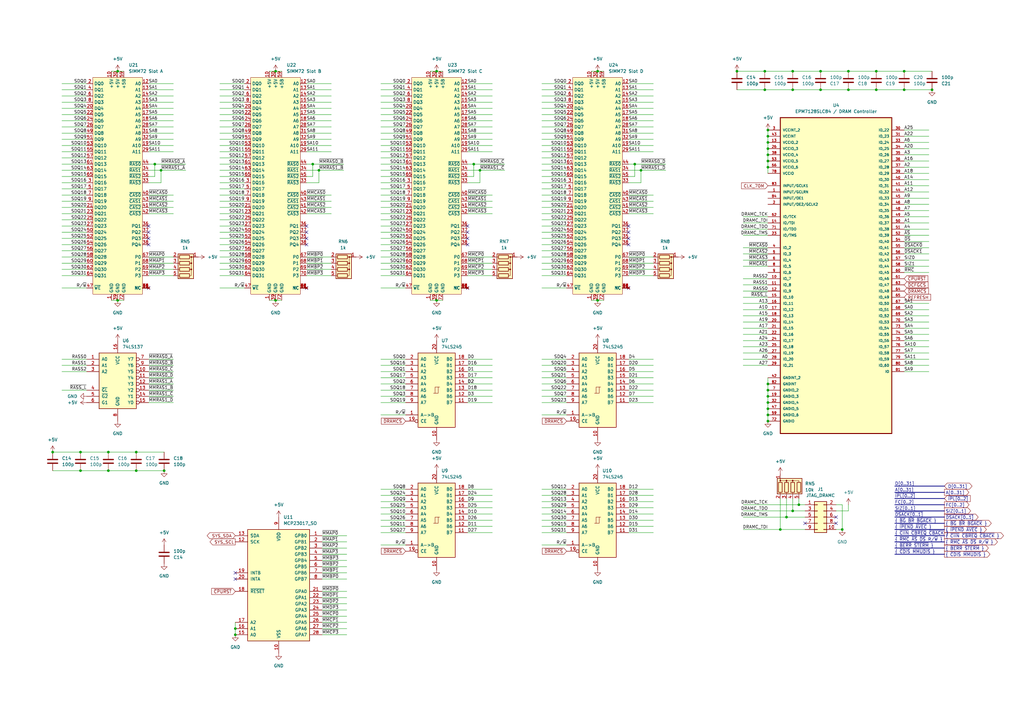
<source format=kicad_sch>
(kicad_sch (version 20230121) (generator eeschema)
  (paper "A3")
  (junction (at 325.12 209.55))
  (junction (at 314.96 58.42))
  (junction (at 179.07 29.21))
  (junction (at 48.26 123.19))
  (junction (at 67.31 193.04))
  (junction (at 96.52 257.81))
  (junction (at 314.96 165.1))
  (junction (at 130.81 69.85))
  (junction (at 382.27 36.83))
  (junction (at 196.85 69.85))
  (junction (at 113.03 123.19))
  (junction (at 314.96 66.04))
  (junction (at 128.27 67.31))
  (junction (at 113.03 29.21))
  (junction (at 314.96 60.96))
  (junction (at 336.55 29.21))
  (junction (at 194.31 67.31))
  (junction (at 314.96 53.34))
  (junction (at 327.66 207.01))
  (junction (at 262.89 69.85))
  (junction (at 320.04 217.17))
  (junction (at 314.96 55.88))
  (junction (at 314.96 63.5))
  (junction (at 314.96 157.48))
  (junction (at 96.52 260.35))
  (junction (at 359.41 36.83))
  (junction (at 33.02 185.42))
  (junction (at 314.96 160.02))
  (junction (at 325.12 36.83))
  (junction (at 21.59 185.42))
  (junction (at 245.11 29.21))
  (junction (at 66.04 69.85))
  (junction (at 314.96 162.56))
  (junction (at 347.98 36.83))
  (junction (at 314.96 167.64))
  (junction (at 302.26 29.21))
  (junction (at 313.69 29.21))
  (junction (at 63.5 67.31))
  (junction (at 325.12 29.21))
  (junction (at 55.88 185.42))
  (junction (at 48.26 29.21))
  (junction (at 314.96 170.18))
  (junction (at 260.35 67.31))
  (junction (at 245.11 123.19))
  (junction (at 322.58 212.09))
  (junction (at 370.84 36.83))
  (junction (at 359.41 29.21))
  (junction (at 345.44 217.17))
  (junction (at 347.98 29.21))
  (junction (at 314.96 68.58))
  (junction (at 314.96 172.72))
  (junction (at 336.55 36.83))
  (junction (at 44.45 185.42))
  (junction (at 370.84 29.21))
  (junction (at 55.88 193.04))
  (junction (at 179.07 123.19))
  (junction (at 313.69 36.83))
  (junction (at 44.45 193.04))
  (junction (at 33.02 193.04))
  (no_connect (at 191.77 100.33))
  (no_connect (at 330.2 214.63))
  (no_connect (at 125.73 118.11))
  (no_connect (at 60.96 95.25))
  (no_connect (at 257.81 95.25))
  (no_connect (at 257.81 92.71))
  (no_connect (at 60.96 92.71))
  (no_connect (at 191.77 92.71))
  (no_connect (at 125.73 92.71))
  (no_connect (at 125.73 97.79))
  (no_connect (at 125.73 100.33))
  (no_connect (at 191.77 97.79))
  (no_connect (at 60.96 97.79))
  (no_connect (at 257.81 118.11))
  (no_connect (at 342.9 212.09))
  (no_connect (at 60.96 118.11))
  (no_connect (at 60.96 100.33))
  (no_connect (at 96.52 237.49))
  (no_connect (at 191.77 95.25))
  (no_connect (at 96.52 234.95))
  (no_connect (at 342.9 214.63))
  (no_connect (at 125.73 95.25))
  (no_connect (at 191.77 118.11))
  (no_connect (at 257.81 97.79))
  (no_connect (at 257.81 100.33))
  (wire (pts (xy 304.8 139.7) (xy 314.96 139.7)))
  (wire (pts (xy 347.98 209.55) (xy 342.9 209.55)))
  (wire (pts (xy 90.17 105.41) (xy 100.33 105.41)))
  (wire (pts (xy 222.25 113.03) (xy 232.41 113.03)))
  (wire (pts (xy 257.81 72.39) (xy 260.35 72.39)))
  (wire (pts (xy 191.77 36.83) (xy 201.93 36.83)))
  (wire (pts (xy 125.73 57.15) (xy 135.89 57.15)))
  (wire (pts (xy 128.27 72.39) (xy 128.27 67.31)))
  (wire (pts (xy 314.96 165.1) (xy 314.96 167.64)))
  (wire (pts (xy 156.21 72.39) (xy 166.37 72.39)))
  (wire (pts (xy 156.21 170.18) (xy 166.37 170.18)))
  (wire (pts (xy 125.73 39.37) (xy 135.89 39.37)))
  (wire (pts (xy 327.66 207.01) (xy 330.2 207.01)))
  (bus (pts (xy 367.03 199.39) (xy 387.35 199.39)))
  (bus (pts (xy 367.03 219.71) (xy 387.35 219.71)))
  (wire (pts (xy 90.17 69.85) (xy 100.33 69.85)))
  (wire (pts (xy 132.08 237.49) (xy 142.24 237.49)))
  (wire (pts (xy 304.8 144.78) (xy 314.96 144.78)))
  (wire (pts (xy 304.8 209.55) (xy 325.12 209.55)))
  (wire (pts (xy 222.25 41.91) (xy 232.41 41.91)))
  (wire (pts (xy 45.72 29.21) (xy 48.26 29.21)))
  (wire (pts (xy 381 93.98) (xy 370.84 93.98)))
  (wire (pts (xy 60.96 147.32) (xy 71.12 147.32)))
  (wire (pts (xy 314.96 154.94) (xy 314.96 157.48)))
  (wire (pts (xy 25.4 87.63) (xy 35.56 87.63)))
  (wire (pts (xy 176.53 29.21) (xy 179.07 29.21)))
  (wire (pts (xy 132.08 242.57) (xy 142.24 242.57)))
  (wire (pts (xy 222.25 215.9) (xy 232.41 215.9)))
  (wire (pts (xy 156.21 85.09) (xy 166.37 85.09)))
  (wire (pts (xy 222.25 213.36) (xy 232.41 213.36)))
  (wire (pts (xy 267.97 200.66) (xy 257.81 200.66)))
  (wire (pts (xy 222.25 44.45) (xy 232.41 44.45)))
  (wire (pts (xy 304.8 124.46) (xy 314.96 124.46)))
  (wire (pts (xy 381 73.66) (xy 370.84 73.66)))
  (wire (pts (xy 66.04 74.93) (xy 60.96 74.93)))
  (wire (pts (xy 222.25 223.52) (xy 232.41 223.52)))
  (wire (pts (xy 222.25 64.77) (xy 232.41 64.77)))
  (wire (pts (xy 222.25 97.79) (xy 232.41 97.79)))
  (wire (pts (xy 381 63.5) (xy 370.84 63.5)))
  (bus (pts (xy 367.03 207.01) (xy 387.35 207.01)))
  (wire (pts (xy 156.21 223.52) (xy 166.37 223.52)))
  (wire (pts (xy 60.96 105.41) (xy 71.12 105.41)))
  (wire (pts (xy 60.96 160.02) (xy 71.12 160.02)))
  (wire (pts (xy 314.96 66.04) (xy 314.96 68.58)))
  (wire (pts (xy 35.56 160.02) (xy 25.4 160.02)))
  (wire (pts (xy 125.73 72.39) (xy 128.27 72.39)))
  (wire (pts (xy 125.73 44.45) (xy 135.89 44.45)))
  (wire (pts (xy 60.96 39.37) (xy 71.12 39.37)))
  (wire (pts (xy 257.81 105.41) (xy 267.97 105.41)))
  (wire (pts (xy 267.97 213.36) (xy 257.81 213.36)))
  (wire (pts (xy 25.4 41.91) (xy 35.56 41.91)))
  (wire (pts (xy 267.97 165.1) (xy 257.81 165.1)))
  (wire (pts (xy 156.21 215.9) (xy 166.37 215.9)))
  (wire (pts (xy 156.21 102.87) (xy 166.37 102.87)))
  (wire (pts (xy 201.93 162.56) (xy 191.77 162.56)))
  (wire (pts (xy 90.17 107.95) (xy 100.33 107.95)))
  (wire (pts (xy 90.17 62.23) (xy 100.33 62.23)))
  (wire (pts (xy 345.44 207.01) (xy 345.44 217.17)))
  (wire (pts (xy 222.25 59.69) (xy 232.41 59.69)))
  (wire (pts (xy 191.77 72.39) (xy 194.31 72.39)))
  (wire (pts (xy 110.49 123.19) (xy 113.03 123.19)))
  (wire (pts (xy 336.55 29.21) (xy 347.98 29.21)))
  (wire (pts (xy 325.12 204.47) (xy 325.12 209.55)))
  (wire (pts (xy 257.81 59.69) (xy 267.97 59.69)))
  (wire (pts (xy 132.08 250.19) (xy 142.24 250.19)))
  (wire (pts (xy 125.73 105.41) (xy 135.89 105.41)))
  (wire (pts (xy 60.96 36.83) (xy 71.12 36.83)))
  (bus (pts (xy 367.03 201.93) (xy 387.35 201.93)))
  (wire (pts (xy 222.25 67.31) (xy 232.41 67.31)))
  (bus (pts (xy 367.03 227.33) (xy 387.35 227.33)))
  (wire (pts (xy 90.17 52.07) (xy 100.33 52.07)))
  (wire (pts (xy 156.21 165.1) (xy 166.37 165.1)))
  (wire (pts (xy 156.21 57.15) (xy 166.37 57.15)))
  (wire (pts (xy 60.96 87.63) (xy 71.12 87.63)))
  (wire (pts (xy 132.08 234.95) (xy 142.24 234.95)))
  (wire (pts (xy 194.31 67.31) (xy 207.01 67.31)))
  (wire (pts (xy 222.25 39.37) (xy 232.41 39.37)))
  (wire (pts (xy 25.4 90.17) (xy 35.56 90.17)))
  (wire (pts (xy 132.08 257.81) (xy 142.24 257.81)))
  (wire (pts (xy 90.17 82.55) (xy 100.33 82.55)))
  (wire (pts (xy 156.21 213.36) (xy 166.37 213.36)))
  (wire (pts (xy 267.97 162.56) (xy 257.81 162.56)))
  (wire (pts (xy 245.11 123.19) (xy 247.65 123.19)))
  (wire (pts (xy 60.96 82.55) (xy 71.12 82.55)))
  (wire (pts (xy 125.73 87.63) (xy 135.89 87.63)))
  (wire (pts (xy 257.81 52.07) (xy 267.97 52.07)))
  (wire (pts (xy 191.77 57.15) (xy 201.93 57.15)))
  (wire (pts (xy 267.97 147.32) (xy 257.81 147.32)))
  (wire (pts (xy 156.21 59.69) (xy 166.37 59.69)))
  (wire (pts (xy 25.4 36.83) (xy 35.56 36.83)))
  (wire (pts (xy 222.25 74.93) (xy 232.41 74.93)))
  (wire (pts (xy 125.73 54.61) (xy 135.89 54.61)))
  (wire (pts (xy 25.4 113.03) (xy 35.56 113.03)))
  (wire (pts (xy 156.21 46.99) (xy 166.37 46.99)))
  (wire (pts (xy 96.52 257.81) (xy 96.52 260.35)))
  (wire (pts (xy 90.17 85.09) (xy 100.33 85.09)))
  (wire (pts (xy 156.21 44.45) (xy 166.37 44.45)))
  (wire (pts (xy 381 86.36) (xy 370.84 86.36)))
  (wire (pts (xy 314.96 58.42) (xy 314.96 60.96)))
  (wire (pts (xy 156.21 49.53) (xy 166.37 49.53)))
  (wire (pts (xy 25.4 102.87) (xy 35.56 102.87)))
  (wire (pts (xy 191.77 49.53) (xy 201.93 49.53)))
  (wire (pts (xy 257.81 82.55) (xy 267.97 82.55)))
  (wire (pts (xy 222.25 62.23) (xy 232.41 62.23)))
  (wire (pts (xy 201.93 147.32) (xy 191.77 147.32)))
  (wire (pts (xy 67.31 193.04) (xy 55.88 193.04)))
  (wire (pts (xy 381 104.14) (xy 370.84 104.14)))
  (wire (pts (xy 381 83.82) (xy 370.84 83.82)))
  (wire (pts (xy 156.21 208.28) (xy 166.37 208.28)))
  (wire (pts (xy 222.25 105.41) (xy 232.41 105.41)))
  (wire (pts (xy 60.96 52.07) (xy 71.12 52.07)))
  (wire (pts (xy 156.21 110.49) (xy 166.37 110.49)))
  (wire (pts (xy 90.17 41.91) (xy 100.33 41.91)))
  (wire (pts (xy 342.9 217.17) (xy 345.44 217.17)))
  (wire (pts (xy 125.73 67.31) (xy 128.27 67.31)))
  (wire (pts (xy 314.96 101.6) (xy 304.8 101.6)))
  (wire (pts (xy 222.25 152.4) (xy 232.41 152.4)))
  (wire (pts (xy 267.97 160.02) (xy 257.81 160.02)))
  (wire (pts (xy 191.77 41.91) (xy 201.93 41.91)))
  (wire (pts (xy 370.84 127) (xy 381 127)))
  (wire (pts (xy 25.4 82.55) (xy 35.56 82.55)))
  (wire (pts (xy 267.97 203.2) (xy 257.81 203.2)))
  (wire (pts (xy 314.96 106.68) (xy 304.8 106.68)))
  (wire (pts (xy 125.73 107.95) (xy 135.89 107.95)))
  (wire (pts (xy 257.81 107.95) (xy 267.97 107.95)))
  (wire (pts (xy 66.04 69.85) (xy 66.04 74.93)))
  (wire (pts (xy 55.88 193.04) (xy 44.45 193.04)))
  (wire (pts (xy 257.81 39.37) (xy 267.97 39.37)))
  (wire (pts (xy 60.96 154.94) (xy 71.12 154.94)))
  (wire (pts (xy 222.25 200.66) (xy 232.41 200.66)))
  (wire (pts (xy 60.96 110.49) (xy 71.12 110.49)))
  (wire (pts (xy 156.21 36.83) (xy 166.37 36.83)))
  (wire (pts (xy 381 111.76) (xy 370.84 111.76)))
  (wire (pts (xy 125.73 59.69) (xy 135.89 59.69)))
  (wire (pts (xy 25.4 46.99) (xy 35.56 46.99)))
  (wire (pts (xy 25.4 54.61) (xy 35.56 54.61)))
  (wire (pts (xy 222.25 170.18) (xy 232.41 170.18)))
  (wire (pts (xy 370.84 144.78) (xy 381 144.78)))
  (wire (pts (xy 35.56 149.86) (xy 25.4 149.86)))
  (wire (pts (xy 156.21 92.71) (xy 166.37 92.71)))
  (wire (pts (xy 304.8 142.24) (xy 314.96 142.24)))
  (wire (pts (xy 90.17 80.01) (xy 100.33 80.01)))
  (wire (pts (xy 267.97 208.28) (xy 257.81 208.28)))
  (wire (pts (xy 25.4 80.01) (xy 35.56 80.01)))
  (wire (pts (xy 304.8 207.01) (xy 327.66 207.01)))
  (wire (pts (xy 90.17 87.63) (xy 100.33 87.63)))
  (wire (pts (xy 130.81 69.85) (xy 140.97 69.85)))
  (wire (pts (xy 156.21 54.61) (xy 166.37 54.61)))
  (wire (pts (xy 381 58.42) (xy 370.84 58.42)))
  (wire (pts (xy 201.93 215.9) (xy 191.77 215.9)))
  (wire (pts (xy 314.96 170.18) (xy 314.96 172.72)))
  (wire (pts (xy 191.77 44.45) (xy 201.93 44.45)))
  (wire (pts (xy 90.17 54.61) (xy 100.33 54.61)))
  (wire (pts (xy 314.96 55.88) (xy 314.96 58.42)))
  (wire (pts (xy 130.81 74.93) (xy 125.73 74.93)))
  (wire (pts (xy 156.21 113.03) (xy 166.37 113.03)))
  (wire (pts (xy 90.17 102.87) (xy 100.33 102.87)))
  (wire (pts (xy 257.81 34.29) (xy 267.97 34.29)))
  (wire (pts (xy 201.93 165.1) (xy 191.77 165.1)))
  (wire (pts (xy 132.08 245.11) (xy 142.24 245.11)))
  (wire (pts (xy 381 101.6) (xy 370.84 101.6)))
  (wire (pts (xy 325.12 36.83) (xy 313.69 36.83)))
  (wire (pts (xy 191.77 39.37) (xy 201.93 39.37)))
  (wire (pts (xy 382.27 36.83) (xy 370.84 36.83)))
  (wire (pts (xy 304.8 129.54) (xy 314.96 129.54)))
  (wire (pts (xy 322.58 204.47) (xy 322.58 212.09)))
  (wire (pts (xy 381 53.34) (xy 370.84 53.34)))
  (wire (pts (xy 304.8 88.9) (xy 314.96 88.9)))
  (wire (pts (xy 314.96 157.48) (xy 314.96 160.02)))
  (wire (pts (xy 125.73 69.85) (xy 130.81 69.85)))
  (bus (pts (xy 367.03 209.55) (xy 387.35 209.55)))
  (wire (pts (xy 257.81 69.85) (xy 262.89 69.85)))
  (wire (pts (xy 314.96 119.38) (xy 304.8 119.38)))
  (wire (pts (xy 257.81 36.83) (xy 267.97 36.83)))
  (wire (pts (xy 304.8 96.52) (xy 314.96 96.52)))
  (wire (pts (xy 257.81 113.03) (xy 267.97 113.03)))
  (wire (pts (xy 60.96 41.91) (xy 71.12 41.91)))
  (wire (pts (xy 222.25 54.61) (xy 232.41 54.61)))
  (wire (pts (xy 201.93 200.66) (xy 191.77 200.66)))
  (wire (pts (xy 90.17 74.93) (xy 100.33 74.93)))
  (wire (pts (xy 257.81 110.49) (xy 267.97 110.49)))
  (wire (pts (xy 257.81 87.63) (xy 267.97 87.63)))
  (wire (pts (xy 381 99.06) (xy 370.84 99.06)))
  (wire (pts (xy 262.89 69.85) (xy 273.05 69.85)))
  (wire (pts (xy 156.21 62.23) (xy 166.37 62.23)))
  (wire (pts (xy 55.88 185.42) (xy 67.31 185.42)))
  (wire (pts (xy 25.4 95.25) (xy 35.56 95.25)))
  (wire (pts (xy 156.21 118.11) (xy 166.37 118.11)))
  (wire (pts (xy 60.96 49.53) (xy 71.12 49.53)))
  (wire (pts (xy 156.21 64.77) (xy 166.37 64.77)))
  (wire (pts (xy 60.96 113.03) (xy 71.12 113.03)))
  (wire (pts (xy 110.49 29.21) (xy 113.03 29.21)))
  (wire (pts (xy 90.17 90.17) (xy 100.33 90.17)))
  (wire (pts (xy 90.17 92.71) (xy 100.33 92.71)))
  (wire (pts (xy 201.93 149.86) (xy 191.77 149.86)))
  (wire (pts (xy 191.77 107.95) (xy 201.93 107.95)))
  (bus (pts (xy 367.03 212.09) (xy 387.35 212.09)))
  (wire (pts (xy 25.4 44.45) (xy 35.56 44.45)))
  (wire (pts (xy 156.21 87.63) (xy 166.37 87.63)))
  (wire (pts (xy 381 109.22) (xy 370.84 109.22)))
  (wire (pts (xy 96.52 255.27) (xy 96.52 257.81)))
  (wire (pts (xy 156.21 97.79) (xy 166.37 97.79)))
  (wire (pts (xy 267.97 157.48) (xy 257.81 157.48)))
  (wire (pts (xy 156.21 160.02) (xy 166.37 160.02)))
  (wire (pts (xy 25.4 74.93) (xy 35.56 74.93)))
  (wire (pts (xy 304.8 134.62) (xy 314.96 134.62)))
  (wire (pts (xy 191.77 52.07) (xy 201.93 52.07)))
  (wire (pts (xy 342.9 207.01) (xy 345.44 207.01)))
  (wire (pts (xy 113.03 123.19) (xy 115.57 123.19)))
  (wire (pts (xy 44.45 193.04) (xy 33.02 193.04)))
  (bus (pts (xy 367.03 217.17) (xy 387.35 217.17)))
  (wire (pts (xy 125.73 110.49) (xy 135.89 110.49)))
  (wire (pts (xy 222.25 72.39) (xy 232.41 72.39)))
  (wire (pts (xy 90.17 49.53) (xy 100.33 49.53)))
  (wire (pts (xy 314.96 68.58) (xy 314.96 71.12)))
  (wire (pts (xy 222.25 157.48) (xy 232.41 157.48)))
  (wire (pts (xy 125.73 36.83) (xy 135.89 36.83)))
  (wire (pts (xy 132.08 219.71) (xy 142.24 219.71)))
  (wire (pts (xy 90.17 97.79) (xy 100.33 97.79)))
  (wire (pts (xy 222.25 154.94) (xy 232.41 154.94)))
  (wire (pts (xy 132.08 222.25) (xy 142.24 222.25)))
  (wire (pts (xy 90.17 118.11) (xy 100.33 118.11)))
  (wire (pts (xy 222.25 52.07) (xy 232.41 52.07)))
  (wire (pts (xy 381 106.68) (xy 370.84 106.68)))
  (wire (pts (xy 191.77 80.01) (xy 201.93 80.01)))
  (wire (pts (xy 191.77 62.23) (xy 201.93 62.23)))
  (wire (pts (xy 381 60.96) (xy 370.84 60.96)))
  (wire (pts (xy 21.59 185.42) (xy 33.02 185.42)))
  (wire (pts (xy 257.81 74.93) (xy 262.89 74.93)))
  (wire (pts (xy 257.81 67.31) (xy 260.35 67.31)))
  (wire (pts (xy 191.77 110.49) (xy 201.93 110.49)))
  (wire (pts (xy 267.97 215.9) (xy 257.81 215.9)))
  (wire (pts (xy 196.85 74.93) (xy 196.85 69.85)))
  (wire (pts (xy 314.96 60.96) (xy 314.96 63.5)))
  (wire (pts (xy 381 71.12) (xy 370.84 71.12)))
  (wire (pts (xy 267.97 210.82) (xy 257.81 210.82)))
  (wire (pts (xy 132.08 247.65) (xy 142.24 247.65)))
  (wire (pts (xy 222.25 92.71) (xy 232.41 92.71)))
  (wire (pts (xy 222.25 100.33) (xy 232.41 100.33)))
  (wire (pts (xy 201.93 154.94) (xy 191.77 154.94)))
  (wire (pts (xy 25.4 69.85) (xy 35.56 69.85)))
  (wire (pts (xy 90.17 95.25) (xy 100.33 95.25)))
  (wire (pts (xy 370.84 134.62) (xy 381 134.62)))
  (wire (pts (xy 156.21 218.44) (xy 166.37 218.44)))
  (wire (pts (xy 90.17 39.37) (xy 100.33 39.37)))
  (wire (pts (xy 327.66 204.47) (xy 327.66 207.01)))
  (wire (pts (xy 60.96 46.99) (xy 71.12 46.99)))
  (wire (pts (xy 25.4 107.95) (xy 35.56 107.95)))
  (wire (pts (xy 191.77 69.85) (xy 196.85 69.85)))
  (wire (pts (xy 222.25 110.49) (xy 232.41 110.49)))
  (wire (pts (xy 325.12 29.21) (xy 336.55 29.21)))
  (wire (pts (xy 25.4 52.07) (xy 35.56 52.07)))
  (wire (pts (xy 63.5 67.31) (xy 76.2 67.31)))
  (wire (pts (xy 260.35 72.39) (xy 260.35 67.31)))
  (wire (pts (xy 48.26 29.21) (xy 50.8 29.21)))
  (wire (pts (xy 313.69 29.21) (xy 325.12 29.21)))
  (wire (pts (xy 191.77 82.55) (xy 201.93 82.55)))
  (wire (pts (xy 125.73 34.29) (xy 135.89 34.29)))
  (wire (pts (xy 370.84 36.83) (xy 359.41 36.83)))
  (wire (pts (xy 156.21 210.82) (xy 166.37 210.82)))
  (wire (pts (xy 381 55.88) (xy 370.84 55.88)))
  (wire (pts (xy 60.96 67.31) (xy 63.5 67.31)))
  (wire (pts (xy 90.17 57.15) (xy 100.33 57.15)))
  (wire (pts (xy 359.41 29.21) (xy 370.84 29.21)))
  (wire (pts (xy 156.21 105.41) (xy 166.37 105.41)))
  (wire (pts (xy 125.73 46.99) (xy 135.89 46.99)))
  (wire (pts (xy 257.81 62.23) (xy 267.97 62.23)))
  (wire (pts (xy 257.81 57.15) (xy 267.97 57.15)))
  (wire (pts (xy 191.77 87.63) (xy 201.93 87.63)))
  (wire (pts (xy 90.17 100.33) (xy 100.33 100.33)))
  (wire (pts (xy 90.17 36.83) (xy 100.33 36.83)))
  (wire (pts (xy 222.25 218.44) (xy 232.41 218.44)))
  (wire (pts (xy 262.89 74.93) (xy 262.89 69.85)))
  (bus (pts (xy 367.03 214.63) (xy 387.35 214.63)))
  (wire (pts (xy 304.8 91.44) (xy 314.96 91.44)))
  (wire (pts (xy 156.21 152.4) (xy 166.37 152.4)))
  (wire (pts (xy 201.93 210.82) (xy 191.77 210.82)))
  (wire (pts (xy 48.26 123.19) (xy 50.8 123.19)))
  (wire (pts (xy 179.07 29.21) (xy 181.61 29.21)))
  (wire (pts (xy 304.8 127) (xy 314.96 127)))
  (wire (pts (xy 25.4 62.23) (xy 35.56 62.23)))
  (wire (pts (xy 60.96 162.56) (xy 71.12 162.56)))
  (wire (pts (xy 381 91.44) (xy 370.84 91.44)))
  (wire (pts (xy 25.4 118.11) (xy 35.56 118.11)))
  (wire (pts (xy 191.77 113.03) (xy 201.93 113.03)))
  (bus (pts (xy 367.03 222.25) (xy 387.35 222.25)))
  (wire (pts (xy 222.25 102.87) (xy 232.41 102.87)))
  (wire (pts (xy 125.73 82.55) (xy 135.89 82.55)))
  (wire (pts (xy 132.08 229.87) (xy 142.24 229.87)))
  (wire (pts (xy 222.25 149.86) (xy 232.41 149.86)))
  (wire (pts (xy 381 81.28) (xy 370.84 81.28)))
  (wire (pts (xy 60.96 34.29) (xy 71.12 34.29)))
  (wire (pts (xy 257.81 85.09) (xy 267.97 85.09)))
  (wire (pts (xy 60.96 149.86) (xy 71.12 149.86)))
  (wire (pts (xy 156.21 80.01) (xy 166.37 80.01)))
  (wire (pts (xy 156.21 200.66) (xy 166.37 200.66)))
  (wire (pts (xy 194.31 72.39) (xy 194.31 67.31)))
  (wire (pts (xy 90.17 59.69) (xy 100.33 59.69)))
  (wire (pts (xy 90.17 34.29) (xy 100.33 34.29)))
  (wire (pts (xy 156.21 34.29) (xy 166.37 34.29)))
  (wire (pts (xy 156.21 205.74) (xy 166.37 205.74)))
  (wire (pts (xy 222.25 160.02) (xy 232.41 160.02)))
  (wire (pts (xy 60.96 72.39) (xy 63.5 72.39)))
  (wire (pts (xy 156.21 90.17) (xy 166.37 90.17)))
  (wire (pts (xy 35.56 147.32) (xy 25.4 147.32)))
  (wire (pts (xy 90.17 110.49) (xy 100.33 110.49)))
  (wire (pts (xy 314.96 116.84) (xy 304.8 116.84)))
  (wire (pts (xy 156.21 67.31) (xy 166.37 67.31)))
  (wire (pts (xy 222.25 69.85) (xy 232.41 69.85)))
  (wire (pts (xy 267.97 152.4) (xy 257.81 152.4)))
  (wire (pts (xy 304.8 147.32) (xy 314.96 147.32)))
  (wire (pts (xy 130.81 69.85) (xy 130.81 74.93)))
  (wire (pts (xy 322.58 212.09) (xy 330.2 212.09)))
  (wire (pts (xy 25.4 39.37) (xy 35.56 39.37)))
  (wire (pts (xy 25.4 59.69) (xy 35.56 59.69)))
  (wire (pts (xy 201.93 152.4) (xy 191.77 152.4)))
  (wire (pts (xy 60.96 57.15) (xy 71.12 57.15)))
  (wire (pts (xy 381 66.04) (xy 370.84 66.04)))
  (wire (pts (xy 370.84 129.54) (xy 381 129.54)))
  (wire (pts (xy 191.77 54.61) (xy 201.93 54.61)))
  (wire (pts (xy 222.25 165.1) (xy 232.41 165.1)))
  (wire (pts (xy 44.45 185.42) (xy 55.88 185.42)))
  (wire (pts (xy 314.96 162.56) (xy 314.96 165.1)))
  (wire (pts (xy 257.81 44.45) (xy 267.97 44.45)))
  (wire (pts (xy 222.25 82.55) (xy 232.41 82.55)))
  (wire (pts (xy 222.25 118.11) (xy 232.41 118.11)))
  (wire (pts (xy 90.17 67.31) (xy 100.33 67.31)))
  (wire (pts (xy 370.84 139.7) (xy 381 139.7)))
  (wire (pts (xy 222.25 210.82) (xy 232.41 210.82)))
  (wire (pts (xy 60.96 85.09) (xy 71.12 85.09)))
  (wire (pts (xy 60.96 44.45) (xy 71.12 44.45)))
  (wire (pts (xy 347.98 207.01) (xy 347.98 209.55)))
  (wire (pts (xy 267.97 205.74) (xy 257.81 205.74)))
  (wire (pts (xy 156.21 107.95) (xy 166.37 107.95)))
  (wire (pts (xy 245.11 29.21) (xy 247.65 29.21)))
  (wire (pts (xy 128.27 67.31) (xy 140.97 67.31)))
  (wire (pts (xy 35.56 152.4) (xy 25.4 152.4)))
  (wire (pts (xy 314.96 167.64) (xy 314.96 170.18)))
  (wire (pts (xy 125.73 49.53) (xy 135.89 49.53)))
  (wire (pts (xy 125.73 80.01) (xy 135.89 80.01)))
  (wire (pts (xy 25.4 100.33) (xy 35.56 100.33)))
  (wire (pts (xy 336.55 36.83) (xy 325.12 36.83)))
  (wire (pts (xy 132.08 255.27) (xy 142.24 255.27)))
  (wire (pts (xy 201.93 157.48) (xy 191.77 157.48)))
  (wire (pts (xy 320.04 217.17) (xy 330.2 217.17)))
  (wire (pts (xy 222.25 36.83) (xy 232.41 36.83)))
  (wire (pts (xy 304.8 149.86) (xy 314.96 149.86)))
  (wire (pts (xy 302.26 29.21) (xy 313.69 29.21)))
  (wire (pts (xy 156.21 74.93) (xy 166.37 74.93)))
  (wire (pts (xy 156.21 69.85) (xy 166.37 69.85)))
  (wire (pts (xy 304.8 93.98) (xy 314.96 93.98)))
  (wire (pts (xy 191.77 74.93) (xy 196.85 74.93)))
  (wire (pts (xy 314.96 53.34) (xy 314.96 55.88)))
  (wire (pts (xy 156.21 147.32) (xy 166.37 147.32)))
  (bus (pts (xy 367.03 224.79) (xy 387.35 224.79)))
  (wire (pts (xy 196.85 69.85) (xy 207.01 69.85)))
  (wire (pts (xy 370.84 142.24) (xy 381 142.24)))
  (wire (pts (xy 60.96 62.23) (xy 71.12 62.23)))
  (wire (pts (xy 304.8 217.17) (xy 320.04 217.17)))
  (wire (pts (xy 156.21 149.86) (xy 166.37 149.86)))
  (wire (pts (xy 347.98 29.21) (xy 359.41 29.21)))
  (wire (pts (xy 314.96 104.14) (xy 304.8 104.14)))
  (wire (pts (xy 33.02 193.04) (xy 21.59 193.04)))
  (wire (pts (xy 201.93 160.02) (xy 191.77 160.02)))
  (wire (pts (xy 90.17 44.45) (xy 100.33 44.45)))
  (wire (pts (xy 176.53 123.19) (xy 179.07 123.19)))
  (wire (pts (xy 125.73 41.91) (xy 135.89 41.91)))
  (wire (pts (xy 325.12 209.55) (xy 330.2 209.55)))
  (wire (pts (xy 90.17 113.03) (xy 100.33 113.03)))
  (wire (pts (xy 222.25 87.63) (xy 232.41 87.63)))
  (wire (pts (xy 90.17 46.99) (xy 100.33 46.99)))
  (wire (pts (xy 125.73 113.03) (xy 135.89 113.03)))
  (wire (pts (xy 90.17 77.47) (xy 100.33 77.47)))
  (wire (pts (xy 314.96 63.5) (xy 314.96 66.04)))
  (wire (pts (xy 60.96 165.1) (xy 71.12 165.1)))
  (wire (pts (xy 179.07 123.19) (xy 181.61 123.19)))
  (wire (pts (xy 132.08 252.73) (xy 142.24 252.73)))
  (wire (pts (xy 63.5 72.39) (xy 63.5 67.31)))
  (wire (pts (xy 222.25 80.01) (xy 232.41 80.01)))
  (wire (pts (xy 267.97 149.86) (xy 257.81 149.86)))
  (wire (pts (xy 257.81 54.61) (xy 267.97 54.61)))
  (wire (pts (xy 156.21 154.94) (xy 166.37 154.94)))
  (wire (pts (xy 25.4 49.53) (xy 35.56 49.53)))
  (wire (pts (xy 132.08 227.33) (xy 142.24 227.33)))
  (wire (pts (xy 25.4 67.31) (xy 35.56 67.31)))
  (wire (pts (xy 304.8 212.09) (xy 322.58 212.09)))
  (wire (pts (xy 304.8 132.08) (xy 314.96 132.08)))
  (wire (pts (xy 222.25 46.99) (xy 232.41 46.99)))
  (wire (pts (xy 222.25 147.32) (xy 232.41 147.32)))
  (wire (pts (xy 222.25 203.2) (xy 232.41 203.2)))
  (wire (pts (xy 381 78.74) (xy 370.84 78.74)))
  (wire (pts (xy 370.84 152.4) (xy 381 152.4)))
  (wire (pts (xy 314.96 121.92) (xy 304.8 121.92)))
  (wire (pts (xy 370.84 29.21) (xy 382.27 29.21)))
  (wire (pts (xy 222.25 208.28) (xy 232.41 208.28)))
  (wire (pts (xy 25.4 34.29) (xy 35.56 34.29)))
  (wire (pts (xy 347.98 36.83) (xy 336.55 36.83)))
  (wire (pts (xy 25.4 92.71) (xy 35.56 92.71)))
  (wire (pts (xy 156.21 95.25) (xy 166.37 95.25)))
  (wire (pts (xy 191.77 85.09) (xy 201.93 85.09)))
  (wire (pts (xy 222.25 57.15) (xy 232.41 57.15)))
  (wire (pts (xy 25.4 57.15) (xy 35.56 57.15)))
  (wire (pts (xy 132.08 260.35) (xy 142.24 260.35)))
  (wire (pts (xy 370.84 124.46) (xy 381 124.46)))
  (wire (pts (xy 257.81 41.91) (xy 267.97 41.91)))
  (wire (pts (xy 156.21 82.55) (xy 166.37 82.55)))
  (wire (pts (xy 132.08 232.41) (xy 142.24 232.41)))
  (wire (pts (xy 25.4 72.39) (xy 35.56 72.39)))
  (wire (pts (xy 222.25 49.53) (xy 232.41 49.53)))
  (wire (pts (xy 45.72 123.19) (xy 48.26 123.19)))
  (wire (pts (xy 242.57 123.19) (xy 245.11 123.19)))
  (wire (pts (xy 257.81 49.53) (xy 267.97 49.53)))
  (wire (pts (xy 314.96 109.22) (xy 304.8 109.22)))
  (wire (pts (xy 90.17 72.39) (xy 100.33 72.39)))
  (wire (pts (xy 125.73 85.09) (xy 135.89 85.09)))
  (wire (pts (xy 381 68.58) (xy 370.84 68.58)))
  (wire (pts (xy 156.21 157.48) (xy 166.37 157.48)))
  (wire (pts (xy 90.17 64.77) (xy 100.33 64.77)))
  (wire (pts (xy 201.93 213.36) (xy 191.77 213.36)))
  (wire (pts (xy 370.84 132.08) (xy 381 132.08)))
  (wire (pts (xy 60.96 69.85) (xy 66.04 69.85)))
  (bus (pts (xy 367.03 204.47) (xy 387.35 204.47)))
  (wire (pts (xy 201.93 218.44) (xy 191.77 218.44)))
  (wire (pts (xy 257.81 80.01) (xy 267.97 80.01)))
  (wire (pts (xy 222.25 162.56) (xy 232.41 162.56)))
  (wire (pts (xy 222.25 205.74) (xy 232.41 205.74)))
  (wire (pts (xy 156.21 162.56) (xy 166.37 162.56)))
  (wire (pts (xy 156.21 52.07) (xy 166.37 52.07)))
  (wire (pts (xy 60.96 107.95) (xy 71.12 107.95)))
  (wire (pts (xy 191.77 46.99) (xy 201.93 46.99)))
  (wire (pts (xy 320.04 204.47) (xy 320.04 217.17)))
  (wire (pts (xy 156.21 100.33) (xy 166.37 100.33)))
  (wire (pts (xy 156.21 39.37) (xy 166.37 39.37)))
  (wire (pts (xy 381 76.2) (xy 370.84 76.2)))
  (wire (pts (xy 25.4 64.77) (xy 35.56 64.77)))
  (wire (pts (xy 242.57 29.21) (xy 245.11 29.21)))
  (wire (pts (xy 381 88.9) (xy 370.84 88.9)))
  (wire (pts (xy 222.25 95.25) (xy 232.41 95.25)))
  (wire (pts (xy 370.84 137.16) (xy 381 137.16)))
  (wire (pts (xy 156.21 41.91) (xy 166.37 41.91)))
  (wire (pts (xy 25.4 97.79) (xy 35.56 97.79)))
  (wire (pts (xy 370.84 147.32) (xy 381 147.32)))
  (wire (pts (xy 191.77 67.31) (xy 194.31 67.31)))
  (wire (pts (xy 33.02 185.42) (xy 44.45 185.42)))
  (wire (pts (xy 222.25 77.47) (xy 232.41 77.47)))
  (wire (pts (xy 359.41 36.83) (xy 347.98 36.83)))
  (wire (pts (xy 25.4 105.41) (xy 35.56 105.41)))
  (wire (pts (xy 304.8 137.16) (xy 314.96 137.16)))
  (wire (pts (xy 201.93 205.74) (xy 191.77 205.74)))
  (wire (pts (xy 222.25 85.09) (xy 232.41 85.09)))
  (wire (pts (xy 25.4 77.47) (xy 35.56 77.47)))
  (wire (pts (xy 25.4 110.49) (xy 35.56 110.49)))
  (wire (pts (xy 370.84 149.86) (xy 381 149.86)))
  (wire (pts (xy 267.97 218.44) (xy 257.81 218.44)))
  (wire (pts (xy 191.77 34.29) (xy 201.93 34.29)))
  (wire (pts (xy 25.4 85.09) (xy 35.56 85.09)))
  (wire (pts (xy 60.96 54.61) (xy 71.12 54.61)))
  (wire (pts (xy 222.25 107.95) (xy 232.41 107.95)))
  (wire (pts (xy 66.04 69.85) (xy 76.2 69.85)))
  (wire (pts (xy 314.96 160.02) (xy 314.96 162.56)))
  (wire (pts (xy 191.77 59.69) (xy 201.93 59.69)))
  (wire (pts (xy 156.21 77.47) (xy 166.37 77.47)))
  (wire (pts (xy 125.73 62.23) (xy 135.89 62.23)))
  (wire (pts (xy 132.08 224.79) (xy 142.24 224.79)))
  (wire (pts (xy 60.96 152.4) (xy 71.12 152.4)))
  (wire (pts (xy 313.69 36.83) (xy 302.26 36.83)))
  (wire (pts (xy 222.25 34.29) (xy 232.41 34.29)))
  (wire (pts (xy 201.93 208.28) (xy 191.77 208.28)))
  (wire (pts (xy 125.73 52.07) (xy 135.89 52.07)))
  (wire (pts (xy 60.96 80.01) (xy 71.12 80.01)))
  (wire (pts (xy 260.35 67.31) (xy 273.05 67.31)))
  (wire (pts (xy 113.03 29.21) (xy 115.57 29.21)))
  (wire (pts (xy 314.96 114.3) (xy 304.8 114.3)))
  (wire (pts (xy 156.21 203.2) (xy 166.37 203.2)))
  (wire (pts (xy 222.25 90.17) (xy 232.41 90.17)))
  (wire (pts (xy 191.77 105.41) (xy 201.93 105.41)))
  (wire (pts (xy 60.96 59.69) (xy 71.12 59.69)))
  (wire (pts (xy 201.93 203.2) (xy 191.77 203.2)))
  (wire (pts (xy 267.97 154.94) (xy 257.81 154.94)))
  (wire (pts (xy 381 96.52) (xy 370.84 96.52)))
  (wire (pts (xy 60.96 157.48) (xy 71.12 157.48)))
  (wire (pts (xy 257.81 46.99) (xy 267.97 46.99)))
  (label "SDQ17" (at 100.33 77.47 180))
  (label "SA5" (at 125.73 46.99 0))
  (label "~{MMCAS2}" (at 125.73 85.09 0))
  (label "SDQ29" (at 100.33 107.95 180))
  (label "D10" (at 191.77 210.82 0))
  (label "~{MMDP2}" (at 132.08 247.65 0))
  (label "SA9" (at 370.84 152.4 0))
  (label "SA0" (at 125.73 34.29 0))
  (label "SDQ2" (at 232.41 39.37 180))
  (label "~{MMRAS0_B}" (at 130.81 67.31 0))
  (label "D22" (at 257.81 160.02 0))
  (label "{ ~{RMC} ~{AS} ~{DS} R{slash}~{W} }" (at 367.03 222.25 0))
  (label "SDQ12" (at 166.37 64.77 180))
  (label "A1" (at 370.84 91.44 0))
  (label "SDQ0" (at 232.41 34.29 180))
  (label "SDQ20" (at 232.41 149.86 180))
  (label "SDQ5" (at 232.41 152.4 180))
  (label "SDQ9" (at 166.37 57.15 180))
  (label "D23" (at 257.81 165.1 0))
  (label "SA5" (at 257.81 46.99 0))
  (label "SDQ1" (at 232.41 36.83 180))
  (label "SDQ31" (at 166.37 113.03 180))
  (label "~{MMCAS1}" (at 257.81 82.55 0))
  (label "~{MMCAS0}" (at 257.81 80.01 0))
  (label "SDQ21" (at 232.41 87.63 180))
  (label "A13" (at 314.96 124.46 180))
  (label "SDQ3" (at 232.41 41.91 180))
  (label "D8" (at 191.77 200.66 0))
  (label "D17" (at 191.77 154.94 0))
  (label "~{MMDP2}" (at 257.81 110.49 0))
  (label "SDQ28" (at 232.41 203.2 180))
  (label "~{MMAP0}" (at 132.08 219.71 0))
  (label "DRAMC_TMS" (at 314.96 96.52 180))
  (label "SDQ25" (at 232.41 97.79 180))
  (label "~{MMCAS2}" (at 60.96 85.09 0))
  (label "SA8" (at 125.73 54.61 0))
  (label "SA1" (at 191.77 36.83 0))
  (label "A14" (at 370.84 73.66 0))
  (label "SDQ23" (at 232.41 165.1 180))
  (label "R{slash}~{W}" (at 166.37 118.11 180))
  (label "SDQ15" (at 100.33 72.39 180))
  (label "SDQ13" (at 232.41 67.31 180))
  (label "SA11" (at 191.77 62.23 0))
  (label "D2" (at 191.77 157.48 0))
  (label "A21" (at 314.96 137.16 180))
  (label "SDQ1" (at 166.37 152.4 180))
  (label "SDQ19" (at 232.41 82.55 180))
  (label "SA11" (at 370.84 147.32 0))
  (label "~{MMCAS1}" (at 314.96 109.22 180))
  (label "SDQ2" (at 35.56 39.37 180))
  (label "~{MMCAS1}" (at 125.73 82.55 0))
  (label "~{MMDP0}" (at 257.81 105.41 0))
  (label "SA4" (at 191.77 44.45 0))
  (label "~{MMCP1}" (at 191.77 107.95 0))
  (label "SA0" (at 60.96 34.29 0))
  (label "SDQ10" (at 232.41 59.69 180))
  (label "SDQ0" (at 35.56 34.29 180))
  (label "R{slash}~{W}" (at 35.56 118.11 180))
  (label "~{MMRAS0_D}" (at 262.89 67.31 0))
  (label "SDQ6" (at 232.41 157.48 180))
  (label "D5" (at 257.81 152.4 0))
  (label "~{RASS_L}" (at 35.56 160.02 180))
  (label "~{MMBP1}" (at 125.73 107.95 0))
  (label "SA10" (at 191.77 59.69 0))
  (label "SDQ22" (at 35.56 90.17 180))
  (label "SDQ3" (at 166.37 41.91 180))
  (label "SDQ17" (at 166.37 154.94 180))
  (label "SA2" (at 60.96 39.37 0))
  (label "R{slash}~{W}" (at 232.41 170.18 180))
  (label "~{MMCP2}" (at 191.77 110.49 0))
  (label "~{MMCAS0}" (at 314.96 101.6 180))
  (label "SDQ27" (at 100.33 102.87 180))
  (label "SDQ0" (at 100.33 34.29 180))
  (label "SDQ15" (at 232.41 72.39 180))
  (label "~{MMCAS3}" (at 125.73 87.63 0))
  (label "DRAMC_TMS" (at 314.96 212.09 180))
  (label "SA7" (at 370.84 144.78 0))
  (label "SDQ7" (at 232.41 52.07 180))
  (label "SIZ[0..1]" (at 367.03 209.55 0))
  (label "D30" (at 257.81 213.36 0))
  (label "SA6" (at 125.73 49.53 0))
  (label "SDQ16" (at 232.41 74.93 180))
  (label "SA2" (at 191.77 39.37 0))
  (label "SA7" (at 125.73 52.07 0))
  (label "~{MMRAS1_C}" (at 196.85 69.85 0))
  (label "SDQ23" (at 100.33 92.71 180))
  (label "SDQ6" (at 232.41 49.53 180))
  (label "SDQ3" (at 166.37 162.56 180))
  (label "SDQ31" (at 100.33 113.03 180))
  (label "D0" (at 191.77 147.32 0))
  (label "SA4" (at 370.84 134.62 0))
  (label "SDQ19" (at 100.33 82.55 180))
  (label "DRAMC_TDO" (at 314.96 93.98 180))
  (label "~{MMCAS3}" (at 60.96 87.63 0))
  (label "A[0..31]" (at 367.03 201.93 0))
  (label "SDQ22" (at 166.37 90.17 180))
  (label "SDQ19" (at 166.37 82.55 180))
  (label "{ ~{BG} ~{BR} ~{BGACK} }" (at 367.03 214.63 0))
  (label "SDQ30" (at 166.37 110.49 180))
  (label "SDQ26" (at 166.37 100.33 180))
  (label "~{MMBP3}" (at 132.08 229.87 0))
  (label "FC[0..2]" (at 367.03 207.01 0))
  (label "SDQ11" (at 166.37 215.9 180))
  (label "SA1" (at 125.73 36.83 0))
  (label "SDQ8" (at 166.37 200.66 180))
  (label "SA4" (at 125.73 44.45 0))
  (label "D6" (at 257.81 157.48 0))
  (label "DRAMC_TDI" (at 314.96 91.44 180))
  (label "SDQ13" (at 166.37 67.31 180))
  (label "SDQ18" (at 232.41 80.01 180))
  (label "SA10" (at 370.84 142.24 0))
  (label "A24" (at 314.96 139.7 180))
  (label "A19" (at 314.96 132.08 180))
  (label "SDQ13" (at 35.56 67.31 180))
  (label "{ ~{BERR} ~{STERM} }" (at 367.03 224.79 0))
  (label "~{DSACK0}" (at 370.84 101.6 0))
  (label "SA6" (at 191.77 49.53 0))
  (label "SA8" (at 60.96 54.61 0))
  (label "SDQ10" (at 166.37 210.82 180))
  (label "D12" (at 257.81 200.66 0))
  (label "SDQ17" (at 232.41 77.47 180))
  (label "SDQ2" (at 166.37 39.37 180))
  (label "A4" (at 370.84 93.98 0))
  (label "SDQ24" (at 166.37 95.25 180))
  (label "SA1" (at 60.96 36.83 0))
  (label "SDQ23" (at 232.41 92.71 180))
  (label "~{MMDP3}" (at 132.08 250.19 0))
  (label "SA6" (at 60.96 49.53 0))
  (label "D21" (at 257.81 154.94 0))
  (label "~{MMRAS0_C}" (at 60.96 152.4 0))
  (label "SDQ8" (at 166.37 54.61 180))
  (label "SDQ4" (at 35.56 44.45 180))
  (label "SA3" (at 191.77 41.91 0))
  (label "SA8" (at 370.84 149.86 0))
  (label "SA7" (at 191.77 52.07 0))
  (label "SDQ13" (at 232.41 205.74 180))
  (label "SA5" (at 370.84 137.16 0))
  (label "SA10" (at 257.81 59.69 0))
  (label "SDQ24" (at 100.33 95.25 180))
  (label "R{slash}~{W}" (at 100.33 118.11 180))
  (label "SDQ23" (at 35.56 92.71 180))
  (label "~{MMAP2}" (at 60.96 110.49 0))
  (label "SDQ20" (at 35.56 85.09 180))
  (label "SDQ14" (at 166.37 69.85 180))
  (label "~{RASS_L}" (at 314.96 121.92 180))
  (label "~{MMBP2}" (at 125.73 110.49 0))
  (label "SDQ17" (at 35.56 77.47 180))
  (label "A5" (at 370.84 88.9 0))
  (label "SDQ11" (at 100.33 62.23 180))
  (label "SDQ18" (at 35.56 80.01 180))
  (label "SA0" (at 191.77 34.29 0))
  (label "A22" (at 370.84 55.88 0))
  (label "SDQ21" (at 166.37 87.63 180))
  (label "R{slash}~{W}" (at 232.41 118.11 180))
  (label "~{MMCAS2}" (at 191.77 85.09 0))
  (label "SDQ27" (at 166.37 218.44 180))
  (label "SA4" (at 60.96 44.45 0))
  (label "SDQ23" (at 166.37 92.71 180))
  (label "~{MMRAS1_A}" (at 66.04 69.85 0))
  (label "SDQ10" (at 166.37 59.69 180))
  (label "~{DS}" (at 370.84 99.06 0))
  (label "~{MMCAS3}" (at 191.77 87.63 0))
  (label "A18" (at 370.84 71.12 0))
  (label "A20" (at 370.84 60.96 0))
  (label "~{MMBP0}" (at 125.73 105.41 0))
  (label "~{AS}" (at 370.84 96.52 0))
  (label "SA4" (at 257.81 44.45 0))
  (label "D29" (at 257.81 208.28 0))
  (label "D24" (at 191.77 203.2 0))
  (label "SDQ11" (at 166.37 62.23 180))
  (label "A10" (at 314.96 127 180))
  (label "~{MMAP1}" (at 60.96 107.95 0))
  (label "R{slash}~{W}" (at 232.41 223.52 180))
  (label "SDQ14" (at 232.41 210.82 180))
  (label "~{MMCP2}" (at 132.08 257.81 0))
  (label "SDQ12" (at 232.41 200.66 180))
  (label "~{MMRAS1_D}" (at 262.89 69.85 0))
  (label "SA0" (at 370.84 127 0))
  (label "SA9" (at 125.73 57.15 0))
  (label "A8" (at 370.84 83.82 0))
  (label "SDQ12" (at 232.41 64.77 180))
  (label "SA3" (at 370.84 132.08 0))
  (label "SA9" (at 257.81 57.15 0))
  (label "SDQ8" (at 35.56 54.61 180))
  (label "SDQ1" (at 100.33 36.83 180))
  (label "~{MMRAS0_A}" (at 60.96 147.32 0))
  (label "SDQ5" (at 232.41 46.99 180))
  (label "~{IPL[0..2]}" (at 367.03 204.47 0))
  (label "SDQ20" (at 100.33 85.09 180))
  (label "SA5" (at 60.96 46.99 0))
  (label "SDQ29" (at 232.41 208.28 180))
  (label "SDQ26" (at 100.33 100.33 180))
  (label "SA1" (at 257.81 36.83 0))
  (label "SA0" (at 257.81 34.29 0))
  (label "~{MMCAS2}" (at 257.81 85.09 0))
  (label "DRAMC_TCK" (at 314.96 88.9 180))
  (label "D4" (at 257.81 147.32 0))
  (label "~{DSACK1}" (at 370.84 104.14 0))
  (label "~{DSACK[0..1]}" (at 367.03 212.09 0))
  (label "SDQ8" (at 232.41 54.61 180))
  (label "SDQ16" (at 35.56 74.93 180))
  (label "{ ~{IPEND} ~{AVEC} }" (at 367.03 217.17 0))
  (label "D28" (at 257.81 203.2 0))
  (label "A27" (at 314.96 149.86 180))
  (label "A16" (at 370.84 66.04 0))
  (label "D7" (at 257.81 162.56 0))
  (label "~{MMAP2}" (at 132.08 224.79 0))
  (label "SDQ0" (at 166.37 34.29 180))
  (label "SDQ7" (at 232.41 162.56 180))
  (label "SDQ9" (at 35.56 57.15 180))
  (label "SDQ21" (at 100.33 87.63 180))
  (label "D18" (at 191.77 160.02 0))
  (label "SA3" (at 257.81 41.91 0))
  (label "SIZ1" (at 370.84 109.22 0))
  (label "SDQ10" (at 35.56 59.69 180))
  (label "D26" (at 191.77 213.36 0))
  (label "SDQ3" (at 100.33 41.91 180))
  (label "SA11" (at 257.81 62.23 0))
  (label "SDQ22" (at 100.33 90.17 180))
  (label "~{MMRAS1_C}" (at 60.96 162.56 0))
  (label "~{MMDP1}" (at 257.81 107.95 0))
  (label "~{MMCAS0}" (at 60.96 80.01 0))
  (label "SDQ26" (at 232.41 100.33 180))
  (label "SDQ11" (at 35.56 62.23 180))
  (label "SDQ22" (at 232.41 90.17 180))
  (label "SA2" (at 257.81 39.37 0))
  (label "SA11" (at 60.96 62.23 0))
  (label "R{slash}~{W}" (at 166.37 223.52 180))
  (label "SA8" (at 257.81 54.61 0))
  (label "SDQ1" (at 166.37 36.83 180))
  (label "SDQ13" (at 100.33 67.31 180))
  (label "SDQ27" (at 232.41 102.87 180))
  (label "~{MMDP1}" (at 132.08 245.11 0))
  (label "DRAMC_TCK" (at 314.96 207.01 180))
  (label "RASS2" (at 35.56 152.4 180))
  (label "SDQ28" (at 35.56 105.41 180))
  (label "DRAMC_TDI" (at 314.96 217.17 180))
  (label "~{MMRAS0_A}" (at 66.04 67.31 0))
  (label "SDQ19" (at 35.56 82.55 180))
  (label "~{MMRAS1_B}" (at 60.96 160.02 0))
  (label "~{MMRAS0_C}" (at 196.85 67.31 0))
  (label "SDQ14" (at 100.33 69.85 180))
  (label "SDQ5" (at 100.33 46.99 180))
  (label "D27" (at 191.77 218.44 0))
  (label "SDQ26" (at 35.56 100.33 180))
  (label "D19" (at 191.77 165.1 0))
  (label "~{MMCAS3}" (at 257.81 87.63 0))
  (label "SDQ21" (at 35.56 87.63 180))
  (label "D20" (at 257.81 149.86 0))
  (label "SDQ4" (at 232.41 147.32 180))
  (label "SDQ19" (at 166.37 165.1 180))
  (label "~{MMDP3}" (at 257.81 113.03 0))
  (label "SDQ0" (at 166.37 147.32 180))
  (label "SDQ22" (at 232.41 160.02 180))
  (label "RASS2" (at 314.96 114.3 180))
  (label "~{MMCAS0}" (at 125.73 80.01 0))
  (label "SDQ28" (at 100.33 105.41 180))
  (label "SDQ9" (at 232.41 57.15 180))
  (label "~{MMRAS0_B}" (at 60.96 149.86 0))
  (label "SDQ24" (at 35.56 95.25 180))
  (label "~{MMBP1}" (at 132.08 234.95 0))
  (label "~{MMCAS2}" (at 314.96 104.14 180))
  (label "SA10" (at 125.73 59.69 0))
  (label "SDQ18" (at 166.37 160.02 180))
  (label "~{MMRAS1_D}" (at 60.96 165.1 0))
  (label "D2" (at 191.77 157.48 0))
  (label "RASS1" (at 35.56 149.86 180))
  (label "SDQ15" (at 35.56 72.39 180))
  (label "SDQ30" (at 100.33 110.49 180))
  (label "SDQ8" (at 100.33 54.61 180))
  (label "~{MMCAS1}" (at 191.77 82.55 0))
  (label "~{MMBP0}" (at 132.08 237.49 0))
  (label "SDQ5" (at 166.37 46.99 180))
  (label "SDQ4" (at 232.41 44.45 180))
  (label "~{MMAP0}" (at 60.96 105.41 0))
  (label "A23" (at 314.96 142.24 180))
  (label "SDQ10" (at 100.33 59.69 180))
  (label "SA3" (at 60.96 41.91 0))
  (label "~{MMRAS1_B}" (at 130.81 69.85 0))
  (label "SDQ11" (at 232.41 62.23 180))
  (label "SDQ14" (at 35.56 69.85 180))
  (label "SDQ7" (at 166.37 52.07 180))
  (label "SDQ30" (at 232.41 213.36 180))
  (label "SDQ14" (at 232.41 69.85 180))
  (label "SDQ29" (at 232.41 107.95 180))
  (label "D[0..31]" (at 367.03 199.39 0))
  (label "SDQ5" (at 35.56 46.99 180))
  (label "~{MMAP3}" (at 132.08 227.33 0))
  (label "A12" (at 370.84 78.74 0))
  (label "SDQ9" (at 166.37 205.74 180))
  (label "A26" (at 314.96 144.78 180))
  (label "SDQ28" (at 232.41 105.41 180))
  (label "DRAMC_TDO" (at 314.96 209.55 180))
  (label "A17" (at 314.96 134.62 180))
  (label "SDQ16" (at 166.37 74.93 180))
  (label "R{slash}~{W}" (at 166.37 170.18 180))
  (label "SA3" (at 125.73 41.91 0))
  (label "A6" (at 370.84 58.42 0))
  (label "SDQ4" (at 166.37 44.45 180))
  (label "SDQ31" (at 232.41 113.03 180))
  (label "SDQ16" (at 100.33 74.93 180))
  (label "SA9" (at 60.96 57.15 0))
  (label "~{MMCAS1}" (at 60.96 82.55 0))
  (label "SDQ17" (at 166.37 77.47 180))
  (label "SDQ16" (at 166.37 149.86 180))
  (label "SDQ3" (at 35.56 41.91 180))
  (label "D15" (at 257.81 215.9 0))
  (label "SA7" (at 60.96 52.07 0))
  (label "SDQ21" (at 232.41 154.94 180))
  (label "{ ~{CIIN} ~{CBREQ} ~{CBACK} }" (at 367.03 219.71 0))
  (label "SDQ27" (at 166.37 102.87 180))
  (label "~{MMRAS0_D}" (at 60.96 154.94 0))
  (label "D13" (at 257.81 205.74 0))
  (label "SDQ12" (at 100.33 64.77 180))
  (label "SDQ15" (at 232.41 215.9 180))
  (label "A9" (at 370.84 81.28 0))
  (label "SDQ1" (at 35.56 36.83 180))
  (label "~{MMCP3}" (at 132.08 260.35 0))
  (label "~{MMCP3}" (at 191.77 113.03 0))
  (label "~{RMC}" (at 370.84 111.76 0))
  (label "SDQ6" (at 35.56 49.53 180))
  (label "SA1" (at 370.84 124.46 0))
  (label "SA2" (at 370.84 129.54 0))
  (label "SDQ30" (at 35.56 110.49 180))
  (label "SA10" (at 60.96 59.69 0))
  (label "A0" (at 314.96 147.32 180))
  (label "SDQ31" (at 232.41 218.44 180))
  (label "SA6" (at 370.84 139.7 0))
  (label "~{MMBP2}" (at 132.08 232.41 0))
  (label "SDQ12" (at 35.56 64.77 180))
  (label "~{MMRAS1_A}" (at 60.96 157.48 0))
  (label "SA9" (at 191.77 57.15 0))
  (label "SDQ26" (at 166.37 213.36 180))
  (label "SDQ24" (at 232.41 95.25 180))
  (label "A15" (at 314.96 129.54 180))
  (label "SDQ27" (at 35.56 102.87 180))
  (label "SDQ7" (at 100.33 52.07 180))
  (label "SDQ28" (at 166.37 105.41 180))
  (label "SDQ30" (at 232.41 110.49 180))
  (label "D31" (at 257.81 218.44 0))
  (label "A11" (at 370.84 76.2 0))
  (label "SDQ25" (at 35.56 97.79 180))
  (label "SDQ20" (at 166.37 85.09 180))
  (label "~{MMDP0}" (at 132.08 242.57 0))
  (label "A7" (at 370.84 86.36 0))
  (label "RASS0" (at 314.96 119.38 180))
  (label "SDQ2" (at 166.37 157.48 180))
  (label "~{MMBP3}" (at 125.73 113.03 0))
  (label "SA8" (at 191.77 54.61 0))
  (label "SIZ0" (at 370.84 106.68 0))
  (label "A25" (at 370.84 53.34 0))
  (label "SDQ25" (at 100.33 97.79 180))
  (label "D14" (at 257.81 210.82 0))
  (label "~{MMCP1}" (at 132.08 255.27 0))
  (label "D25" (at 191.77 208.28 0))
  (label "SDQ15" (at 166.37 72.39 180))
  (label "RASS0" (at 35.56 147.32 180))
  (label "SDQ18" (at 100.33 80.01 180))
  (label "~{MMCP0}" (at 191.77 105.41 0))
  (label "SDQ20" (at 232.41 85.09 180))
  (label "~{MMCAS0}" (at 191.77 80.01 0))
  (label "SDQ7" (at 35.56 52.07 180))
  (label "SDQ2" (at 100.33 39.37 180))
  (label "SA5" (at 191.77 46.99 0))
  (label "SDQ6" (at 166.37 49.53 180))
  (label "SDQ25" (at 166.37 208.28 180))
  (label "D9" (at 191.77 205.74 0))
  (label "SDQ6" (at 100.33 49.53 180))
  (label "A3" (at 370.84 63.5 0))
  (label "D3" (at 191.77 162.56 0))
  (label "D16" (at 191.77 149.86 0))
  (label "{ ~{CDIS} ~{MMUDIS} }" (at 367.03 227.33 0))
  (label "SDQ18" (at 166.37 80.01 180))
  (label "SA11" (at 125.73 62.23 0))
  (label "~{MMAP3}" (at 60.96 113.03 0))
  (label "SDQ25" (at 166.37 97.79 180))
  (label "SA6" (at 257.81 49.53 0))
  (label "~{MMAP1}" (at 132.08 222.25 0))
  (label "SA2" (at 125.73 39.37 0))
  (label "~{MMCAS3}" (at 314.96 106.68 180))
  (label "D1" (at 191.77 152.4 0))
  (label "D11" (at 191.77 215.9 0))
  (label "A2" (at 370.84 68.58 0))
  (label "SDQ29" (at 166.37 107.95 180))
  (label "SDQ24" (at 166.37 203.2 180))
  (label "SDQ31" (at 35.56 113.03 180))
  (label "RASS1" (at 314.96 116.84 180))
  (label "SDQ4" (at 100.33 44.45 180))
  (label "~{MMCP0}" (at 132.08 252.73 0))
  (label "SDQ9" (at 100.33 57.15 180))
  (label "SA7" (at 257.81 52.07 0))
  (label "SDQ29" (at 35.56 107.95 180))
  (global_label "{ ~{CIIN} ~{CBREQ} ~{CBACK} }" (shape output) (at 387.35 219.71 0) (property "Intersheetrefs" "${INTERSHEET_REFS}" (effects hide)))
  (global_label "~{DSACK[0..1]}" (shape output) (at 387.35 212.09 0) (property "Intersheetrefs" "${INTERSHEET_REFS}" (effects hide)))
  (global_label "{ ~{BG} ~{BR} ~{BGACK} }" (shape output) (at 387.35 214.63 0) (property "Intersheetrefs" "${INTERSHEET_REFS}" (effects hide)))
  (global_label "{ ~{CDIS} ~{MMUDIS} }" (shape output) (at 387.35 227.33 0) (property "Intersheetrefs" "${INTERSHEET_REFS}" (effects hide)))
  (global_label "CLK_70M" (shape input) (at 314.96 76.2 180) (property "Intersheetrefs" "${INTERSHEET_REFS}" (effects hide)))
  (global_label "~{DRAMCS}" (shape input) (at 166.37 172.72 180) (property "Intersheetrefs" "${INTERSHEET_REFS}" (effects hide)))
  (global_label "~{DRAMCS}" (shape input) (at 232.41 172.72 180) (property "Intersheetrefs" "${INTERSHEET_REFS}" (effects hide)))
  (global_label "~{DRAMCS}" (shape input) (at 232.41 226.06 180) (property "Intersheetrefs" "${INTERSHEET_REFS}" (effects hide)))
  (global_label "~{IPL[0..2]}" (shape input) (at 387.35 204.47 0) (property "Intersheetrefs" "${INTERSHEET_REFS}" (effects hide)))
  (global_label "SYS_SDA" (shape bidirectional) (at 96.52 219.71 180) (property "Intersheetrefs" "${INTERSHEET_REFS}" (effects hide)))
  (global_label "SYS_SCL" (shape output) (at 96.52 222.25 180) (property "Intersheetrefs" "${INTERSHEET_REFS}" (effects hide)))
  (global_label "SIZ[0..1]" (shape output) (at 387.35 209.55 0) (property "Intersheetrefs" "${INTERSHEET_REFS}" (effects hide)))
  (global_label "~{CPURST}" (shape input) (at 96.52 242.57 180) (property "Intersheetrefs" "${INTERSHEET_REFS}" (effects hide)))
  (global_label "A[0..31]" (shape output) (at 387.35 201.93 0) (property "Intersheetrefs" "${INTERSHEET_REFS}" (effects hide)))
  (global_label "REFRESH" (shape input) (at 370.84 121.92 0) (property "Intersheetrefs" "${INTERSHEET_REFS}" (effects hide)))
  (global_label "~{DCFGCS}" (shape input) (at 370.84 116.84 0) (property "Intersheetrefs" "${INTERSHEET_REFS}" (effects hide)))
  (global_label "D[0..31]" (shape bidirectional) (at 387.35 199.39 0) (property "Intersheetrefs" "${INTERSHEET_REFS}" (effects hide)))
  (global_label "~{DRAMCS}" (shape input) (at 370.84 119.38 0) (property "Intersheetrefs" "${INTERSHEET_REFS}" (effects hide)))
  (global_label "{ ~{IPEND} ~{AVEC} }" (shape output) (at 387.35 217.17 0) (property "Intersheetrefs" "${INTERSHEET_REFS}" (effects hide)))
  (global_label "~{CPURST}" (shape input) (at 370.84 114.3 0) (property "Intersheetrefs" "${INTERSHEET_REFS}" (effects hide)))
  (global_label "~{DRAMCS}" (shape input) (at 166.37 226.06 180) (property "Intersheetrefs" "${INTERSHEET_REFS}" (effects hide)))
  (global_label "{ ~{RMC} ~{AS} ~{DS} R{slash}~{W} }" (shape output) (at 387.35 222.25 0) (property "Intersheetrefs" "${INTERSHEET_REFS}" (effects hide)))
  (global_label "{ ~{BERR} ~{STERM} }" (shape output) (at 387.35 224.79 0) (property "Intersheetrefs" "${INTERSHEET_REFS}" (effects hide)))
  (global_label "FC[0..2]" (shape output) (at 387.35 207.01 0) (property "Intersheetrefs" "${INTERSHEET_REFS}" (effects hide)))
  (symbol (lib_id "Device:C") (at 33.02 189.23 0) (unit 1)
    (property "Reference" "C15" (at 36.83 187.96 0) (effects (justify left)))
    (property "Value" "100p" (at 36.83 190.5 0) (effects (justify left)))
    (property "Footprint" "Capacitor_SMD:C_1206_3216Metric_Pad1.33x1.80mm_HandSolder" (effects hide))
    (instances (project "m68k-hbc" (path "" (reference "C15") (unit 1)) (path "" (reference "C10") (unit 1))))
  )
  (symbol (lib_id "power:GND") (at 113.03 123.19 0) (unit 1)
    (property "Reference" "#PWR086" (effects hide))
    (property "Value" "GND" (at 113.03 128.27 0))
    (instances (project "m68k-hbc" (path "" (reference "#PWR086") (unit 1)) (path "" (reference "#PWR013") (unit 1))))
  )
  (symbol (lib_id "power:GND") (at 245.11 233.68 0) (unit 1)
    (property "Reference" "#PWR036" (effects hide))
    (property "Value" "GND" (at 245.11 238.76 0))
  )
  (symbol (lib_id "power:+5V") (at 212.09 105.41 270) (unit 1)
    (property "Reference" "#PWR089" (effects hide))
    (property "Value" "+5V" (at 215.9 105.41 90) (effects (justify left)))
    (instances (project "m68k-hbc" (path "" (reference "#PWR089") (unit 1)) (path "" (reference "#PWR010") (unit 1))))
  )
  (symbol (lib_id "SIMM72:SIMM72") (at 113.03 68.58 0) (unit 1)
    (property "Reference" "U22" (at 117.5259 26.67 0) (effects (justify left)))
    (property "Value" "SIMM72 Slot B" (at 117.5259 29.21 0) (effects (justify left)))
    (property "Footprint" "Sockets:SIM72" (effects hide))
    (instances (project "m68k-hbc" (path "" (reference "U22") (unit 1)) (path "" (reference "U2") (unit 1))))
  )
  (symbol (lib_id "74xx:74LS245") (at 179.07 160.02 0) (unit 1)
    (property "Reference" "U7" (at 181.0259 139.7 0) (effects (justify left)))
    (property "Value" "74LS245" (at 181.0259 142.24 0) (effects (justify left)))
    (property "Footprint" "Package_SO:SOIC-20W_7.5x12.8mm_P1.27mm" (effects hide))
    (property "Datasheet" "http://www.ti.com/lit/gpn/sn74LS245" (effects hide))
  )
  (symbol (lib_id "power:+5V") (at 245.11 29.21 0) (unit 1)
    (property "Reference" "#PWR071" (effects hide))
    (property "Value" "+5V" (at 245.11 24.13 0))
    (instances (project "m68k-hbc" (path "" (reference "#PWR071") (unit 1)) (path "" (reference "#PWR04") (unit 1))))
  )
  (symbol (lib_id "power:GND") (at 67.31 231.14 0) (unit 1)
    (property "Reference" "#PWR0200" (effects hide))
    (property "Value" "GND" (at 67.31 236.22 0))
    (instances (project "m68k-hbc" (path "" (reference "#PWR0200") (unit 1)) (path "" (reference "#PWR034") (unit 1))))
  )
  (symbol (lib_id "power:+5V") (at 81.28 105.41 270) (unit 1)
    (property "Reference" "#PWR072" (effects hide))
    (property "Value" "+5V" (at 85.09 105.41 90) (effects (justify left)))
    (instances (project "m68k-hbc" (path "" (reference "#PWR072") (unit 1)) (path "" (reference "#PWR08") (unit 1))))
  )
  (symbol (lib_id "power:+5V") (at 114.3 212.09 0) (unit 1)
    (property "Reference" "#PWR031" (effects hide))
    (property "Value" "+5V" (at 114.3 207.01 0))
  )
  (symbol (lib_id "Device:C") (at 370.84 33.02 0) (unit 1)
    (property "Reference" "C20" (at 374.65 31.75 0) (effects (justify left)))
    (property "Value" "100p" (at 374.65 34.29 0) (effects (justify left)))
    (property "Footprint" "Capacitor_SMD:C_1206_3216Metric_Pad1.33x1.80mm_HandSolder" (effects hide))
    (instances (project "m68k-hbc" (path "" (reference "C20") (unit 1)) (path "" (reference "C7") (unit 1))))
  )
  (symbol (lib_id "Device:C") (at 382.27 33.02 0) (mirror x) (unit 1)
    (property "Reference" "C21" (at 386.08 34.29 0) (effects (justify left)))
    (property "Value" "100p" (at 386.08 31.75 0) (effects (justify left)))
    (property "Footprint" "Capacitor_SMD:C_1206_3216Metric_Pad1.33x1.80mm_HandSolder" (effects hide))
    (instances (project "m68k-hbc" (path "" (reference "C21") (unit 1)) (path "" (reference "C8") (unit 1))))
  )
  (symbol (lib_id "power:GND") (at 48.26 172.72 0) (unit 1)
    (property "Reference" "#PWR021" (effects hide))
    (property "Value" "GND" (at 48.26 177.8 0))
  )
  (symbol (lib_id "Device:C") (at 67.31 227.33 0) (mirror x) (unit 1)
    (property "Reference" "C14" (at 71.12 228.6 0) (effects (justify left)))
    (property "Value" "100p" (at 71.12 226.06 0) (effects (justify left)))
    (property "Footprint" "Capacitor_SMD:C_1206_3216Metric_Pad1.33x1.80mm_HandSolder" (effects hide))
  )
  (symbol (lib_id "Device:C") (at 21.59 189.23 0) (unit 1)
    (property "Reference" "C14" (at 25.4 187.96 0) (effects (justify left)))
    (property "Value" "100p" (at 25.4 190.5 0) (effects (justify left)))
    (property "Footprint" "Capacitor_SMD:C_1206_3216Metric_Pad1.33x1.80mm_HandSolder" (effects hide))
    (instances (project "m68k-hbc" (path "" (reference "C14") (unit 1)) (path "" (reference "C9") (unit 1))))
  )
  (symbol (lib_id "power:GND") (at 382.27 36.83 0) (unit 1)
    (property "Reference" "#PWR0200" (effects hide))
    (property "Value" "GND" (at 382.27 41.91 0))
    (instances (project "m68k-hbc" (path "" (reference "#PWR0200") (unit 1)) (path "" (reference "#PWR06") (unit 1))))
  )
  (symbol (lib_id "power:+5V") (at 35.56 165.1 90) (unit 1)
    (property "Reference" "#PWR020" (effects hide))
    (property "Value" "+5V" (at 31.75 165.1 90) (effects (justify left)))
  )
  (symbol (lib_id "Device:C") (at 336.55 33.02 0) (mirror x) (unit 1)
    (property "Reference" "C17" (at 340.36 34.29 0) (effects (justify left)))
    (property "Value" "100p" (at 340.36 31.75 0) (effects (justify left)))
    (property "Footprint" "Capacitor_SMD:C_1206_3216Metric_Pad1.33x1.80mm_HandSolder" (effects hide))
    (instances (project "m68k-hbc" (path "" (reference "C17") (unit 1)) (path "" (reference "C4") (unit 1))))
  )
  (symbol (lib_id "Device:C") (at 44.45 189.23 0) (unit 1)
    (property "Reference" "C16" (at 48.26 187.96 0) (effects (justify left)))
    (property "Value" "100p" (at 48.26 190.5 0) (effects (justify left)))
    (property "Footprint" "Capacitor_SMD:C_1206_3216Metric_Pad1.33x1.80mm_HandSolder" (effects hide))
    (instances (project "m68k-hbc" (path "" (reference "C16") (unit 1)) (path "" (reference "C11") (unit 1))))
  )
  (symbol (lib_id "74xx:74LS245") (at 245.11 160.02 0) (unit 1)
    (property "Reference" "U8" (at 247.0659 139.7 0) (effects (justify left)))
    (property "Value" "74LS245" (at 247.0659 142.24 0) (effects (justify left)))
    (property "Footprint" "Package_SO:SOIC-20W_7.5x12.8mm_P1.27mm" (effects hide))
    (property "Datasheet" "http://www.ti.com/lit/gpn/sn74LS245" (effects hide))
  )
  (symbol (lib_id "SIMM72:SIMM72") (at 179.07 68.58 0) (unit 1)
    (property "Reference" "U23" (at 183.5659 26.67 0) (effects (justify left)))
    (property "Value" "SIMM72 Slot C" (at 183.5659 29.21 0) (effects (justify left)))
    (property "Footprint" "Sockets:SIM72" (effects hide))
    (instances (project "m68k-hbc" (path "" (reference "U23") (unit 1)) (path "" (reference "U3") (unit 1))))
  )
  (symbol (lib_id "74xx:74LS245") (at 245.11 213.36 0) (unit 1)
    (property "Reference" "U10" (at 247.0659 193.04 0) (effects (justify left)))
    (property "Value" "74LS245" (at 247.0659 195.58 0) (effects (justify left)))
    (property "Footprint" "Package_SO:SOIC-20W_7.5x12.8mm_P1.27mm" (effects hide))
    (property "Datasheet" "http://www.ti.com/lit/gpn/sn74LS245" (effects hide))
  )
  (symbol (lib_id "power:GND") (at 345.44 217.17 0) (unit 1)
    (property "Reference" "#PWR032" (effects hide))
    (property "Value" "GND" (at 345.44 222.25 0))
  )
  (symbol (lib_id "power:+5V") (at 314.96 53.34 0) (unit 1)
    (property "Reference" "#PWR02" (effects hide))
    (property "Value" "+5V" (at 314.96 48.26 0))
    (instances (project "m68k-hbc" (path "" (reference "#PWR02") (unit 1)) (path "" (reference "#PWR07") (unit 1))))
  )
  (symbol (lib_id "power:+5V") (at 320.04 194.31 0) (unit 1)
    (property "Reference" "#PWR029" (effects hide))
    (property "Value" "+5V" (at 320.04 189.23 0))
  )
  (symbol (lib_id "power:+5V") (at 67.31 223.52 0) (unit 1)
    (property "Reference" "#PWR033" (effects hide))
    (property "Value" "+5V" (at 67.31 218.44 0))
  )
  (symbol (lib_id "Device:R_Network04") (at 207.01 110.49 270) (unit 1)
    (property "Reference" "RN7" (at 206.756 99.06 90))
    (property "Value" "1k" (at 206.756 101.6 90))
    (property "Footprint" "Resistor_THT:R_Array_SIP5" (effects hide))
    (property "Datasheet" "http://www.vishay.com/docs/31509/csc.pdf" (effects hide))
    (instances (project "m68k-hbc" (path "" (reference "RN7") (unit 1)) (path "" (reference "RN3") (unit 1))))
  )
  (symbol (lib_id "power:+5V") (at 347.98 207.01 0) (unit 1)
    (property "Reference" "#PWR030" (effects hide))
    (property "Value" "+5V" (at 347.98 201.93 0))
  )
  (symbol (lib_id "power:+5V") (at 302.26 29.21 0) (unit 1)
    (property "Reference" "#PWR0201" (effects hide))
    (property "Value" "+5V" (at 302.26 24.13 0))
    (instances (project "m68k-hbc" (path "" (reference "#PWR0201") (unit 1)) (path "" (reference "#PWR05") (unit 1))))
  )
  (symbol (lib_id "Device:C") (at 55.88 189.23 0) (unit 1)
    (property "Reference" "C17" (at 59.69 187.96 0) (effects (justify left)))
    (property "Value" "100p" (at 59.69 190.5 0) (effects (justify left)))
    (property "Footprint" "Capacitor_SMD:C_1206_3216Metric_Pad1.33x1.80mm_HandSolder" (effects hide))
    (instances (project "m68k-hbc" (path "" (reference "C17") (unit 1)) (path "" (reference "C12") (unit 1))))
  )
  (symbol (lib_id "power:GND") (at 179.07 123.19 0) (unit 1)
    (property "Reference" "#PWR087" (effects hide))
    (property "Value" "GND" (at 179.07 128.27 0))
    (instances (project "m68k-hbc" (path "" (reference "#PWR087") (unit 1)) (path "" (reference "#PWR014") (unit 1))))
  )
  (symbol (lib_id "74xx:74LS245") (at 179.07 213.36 0) (unit 1)
    (property "Reference" "U9" (at 181.0259 193.04 0) (effects (justify left)))
    (property "Value" "74LS245" (at 181.0259 195.58 0) (effects (justify left)))
    (property "Footprint" "Package_SO:SOIC-20W_7.5x12.8mm_P1.27mm" (effects hide))
    (property "Datasheet" "http://www.ti.com/lit/gpn/sn74LS245" (effects hide))
  )
  (symbol (lib_id "Device:R_Network04") (at 273.05 110.49 270) (unit 1)
    (property "Reference" "RN8" (at 272.796 99.06 90))
    (property "Value" "1k" (at 272.796 101.6 90))
    (property "Footprint" "Resistor_THT:R_Array_SIP5" (effects hide))
    (property "Datasheet" "http://www.vishay.com/docs/31509/csc.pdf" (effects hide))
    (instances (project "m68k-hbc" (path "" (reference "RN8") (unit 1)) (path "" (reference "RN4") (unit 1))))
  )
  (symbol (lib_id "SIMM72:SIMM72") (at 48.26 68.58 0) (unit 1)
    (property "Reference" "U21" (at 52.7559 26.67 0) (effects (justify left)))
    (property "Value" "SIMM72 Slot A" (at 52.7559 29.21 0) (effects (justify left)))
    (property "Footprint" "Sockets:SIM72" (effects hide))
    (instances (project "m68k-hbc" (path "" (reference "U21") (unit 1)) (path "" (reference "U1") (unit 1))))
  )
  (symbol (lib_id "SIMM72:SIMM72") (at 245.11 68.58 0) (unit 1)
    (property "Reference" "U24" (at 249.6059 26.67 0) (effects (justify left)))
    (property "Value" "SIMM72 Slot D" (at 249.6059 29.21 0) (effects (justify left)))
    (property "Footprint" "Sockets:SIM72" (effects hide))
    (instances (project "m68k-hbc" (path "" (reference "U24") (unit 1)) (path "" (reference "U4") (unit 1))))
  )
  (symbol (lib_id "Device:C") (at 359.41 33.02 0) (mirror x) (unit 1)
    (property "Reference" "C19" (at 363.22 34.29 0) (effects (justify left)))
    (property "Value" "100p" (at 363.22 31.75 0) (effects (justify left)))
    (property "Footprint" "Capacitor_SMD:C_1206_3216Metric_Pad1.33x1.80mm_HandSolder" (effects hide))
    (instances (project "m68k-hbc" (path "" (reference "C19") (unit 1)) (path "" (reference "C6") (unit 1))))
  )
  (symbol (lib_id "power:GND") (at 179.07 233.68 0) (unit 1)
    (property "Reference" "#PWR035" (effects hide))
    (property "Value" "GND" (at 179.07 238.76 0))
  )
  (symbol (lib_id "Device:C") (at 313.69 33.02 0) (unit 1)
    (property "Reference" "C15" (at 317.5 31.75 0) (effects (justify left)))
    (property "Value" "100p" (at 317.5 34.29 0) (effects (justify left)))
    (property "Footprint" "Capacitor_SMD:C_1206_3216Metric_Pad1.33x1.80mm_HandSolder" (effects hide))
    (instances (project "m68k-hbc" (path "" (reference "C15") (unit 1)) (path "" (reference "C2") (unit 1))))
  )
  (symbol (lib_id "power:GND") (at 96.52 260.35 0) (unit 1)
    (property "Reference" "#PWR037" (effects hide))
    (property "Value" "GND" (at 96.52 265.43 0))
  )
  (symbol (lib_id "power:+5V") (at 179.07 193.04 0) (unit 1)
    (property "Reference" "#PWR027" (effects hide))
    (property "Value" "+5V" (at 179.07 187.96 0))
  )
  (symbol (lib_id "power:+5V") (at 245.11 193.04 0) (unit 1)
    (property "Reference" "#PWR028" (effects hide))
    (property "Value" "+5V" (at 245.11 187.96 0))
  )
  (symbol (lib_id "power:GND") (at 314.96 172.72 0) (unit 1)
    (property "Reference" "#PWR031" (effects hide))
    (property "Value" "GND" (at 314.96 177.8 0))
    (instances (project "m68k-hbc" (path "" (reference "#PWR031") (unit 1)) (path "" (reference "#PWR022") (unit 1))))
  )
  (symbol (lib_id "Device:C") (at 325.12 33.02 0) (unit 1)
    (property "Reference" "C16" (at 328.93 31.75 0) (effects (justify left)))
    (property "Value" "100p" (at 328.93 34.29 0) (effects (justify left)))
    (property "Footprint" "Capacitor_SMD:C_1206_3216Metric_Pad1.33x1.80mm_HandSolder" (effects hide))
    (instances (project "m68k-hbc" (path "" (reference "C16") (unit 1)) (path "" (reference "C3") (unit 1))))
  )
  (symbol (lib_id "power:+5V") (at 278.13 105.41 270) (unit 1)
    (property "Reference" "#PWR090" (effects hide))
    (property "Value" "+5V" (at 281.94 105.41 90) (effects (justify left)))
    (instances (project "m68k-hbc" (path "" (reference "#PWR090") (unit 1)) (path "" (reference "#PWR011") (unit 1))))
  )
  (symbol (lib_id "power:GND") (at 179.07 180.34 0) (unit 1)
    (property "Reference" "#PWR023" (effects hide))
    (property "Value" "GND" (at 179.07 185.42 0))
  )
  (symbol (lib_id "power:+5V") (at 179.07 139.7 0) (unit 1)
    (property "Reference" "#PWR017" (effects hide))
    (property "Value" "+5V" (at 179.07 134.62 0))
  )
  (symbol (lib_id "EPM7128SLC84-15:EPM7128SLC84-15") (at 342.9 109.22 0) (unit 1)
    (property "Reference" "U4" (at 342.9 43.18 0))
    (property "Value" "EPM7128SLC84 / DRAM Controller" (at 342.9 45.72 0))
    (property "Footprint" "Package_LCC:PLCC-84_THT-Socket" (effects hide))
    (property "MF" "Intel" (effects hide))
    (property "Description" "\nIC CPLD 128MC 15NS 84PLCC\n" (effects hide))
    (property "PACKAGE" "PLCC-84" (effects hide))
    (property "MPN" "EPM7128SLC84-15" (effects hide))
    (property "Price" "None" (effects hide))
    (property "Package" "PLCC-84 Altera" (effects hide))
    (property "OC_FARNELL" "1772141" (effects hide))
    (property "SnapEDA_Link" "https://www.snapeda.com/parts/EPM7128SLC84-15/Intel/view-part/?ref=snap" (effects hide))
    (property "MP" "EPM7128SLC84-15" (effects hide))
    (property "Purchase-URL" "https://pricing.snapeda.com/search?q=EPM7128SLC84-15&ref=eda" (effects hide))
    (property "SUPPLIER" "ALTERA" (effects hide))
    (property "OC_NEWARK" "51R0528" (effects hide))
    (property "Availability" "In Stock" (effects hide))
    (property "Check_prices" "https://www.snapeda.com/parts/EPM7128SLC84-15/Intel/view-part/?ref=eda" (effects hide))
    (instances (project "m68k-hbc" (path "" (reference "U4") (unit 1)) (path "" (reference "U5") (unit 1))))
  )
  (symbol (lib_id "power:+5V") (at 48.26 29.21 0) (unit 1)
    (property "Reference" "#PWR068" (effects hide))
    (property "Value" "+5V" (at 48.26 24.13 0))
    (instances (project "m68k-hbc" (path "" (reference "#PWR068") (unit 1)) (path "" (reference "#PWR01") (unit 1))))
  )
  (symbol (lib_id "Device:C") (at 302.26 33.02 0) (unit 1)
    (property "Reference" "C14" (at 306.07 31.75 0) (effects (justify left)))
    (property "Value" "100p" (at 306.07 34.29 0) (effects (justify left)))
    (property "Footprint" "Capacitor_SMD:C_1206_3216Metric_Pad1.33x1.80mm_HandSolder" (effects hide))
    (instances (project "m68k-hbc" (path "" (reference "C14") (unit 1)) (path "" (reference "C1") (unit 1))))
  )
  (symbol (lib_id "power:GND") (at 48.26 123.19 0) (unit 1)
    (property "Reference" "#PWR085" (effects hide))
    (property "Value" "GND" (at 48.26 128.27 0))
    (instances (project "m68k-hbc" (path "" (reference "#PWR085") (unit 1)) (path "" (reference "#PWR012") (unit 1))))
  )
  (symbol (lib_id "power:GND") (at 245.11 180.34 0) (unit 1)
    (property "Reference" "#PWR024" (effects hide))
    (property "Value" "GND" (at 245.11 185.42 0))
  )
  (symbol (lib_id "Connector_Generic:Conn_02x05_Odd_Even") (at 335.28 212.09 0) (unit 1)
    (property "Reference" "J1" (at 336.55 200.66 0))
    (property "Value" "JTAG_DRAMC" (at 336.55 203.2 0))
    (property "Footprint" "Connector_IDC:IDC-Header_2x05_P2.54mm_Vertical" (effects hide))
  )
  (symbol (lib_id "Device:R_Network04") (at 140.97 110.49 270) (unit 1)
    (property "Reference" "RN6" (at 140.716 99.06 90))
    (property "Value" "1k" (at 140.716 101.6 90))
    (property "Footprint" "Resistor_THT:R_Array_SIP5" (effects hide))
    (property "Datasheet" "http://www.vishay.com/docs/31509/csc.pdf" (effects hide))
    (instances (project "m68k-hbc" (path "" (reference "RN6") (unit 1)) (path "" (reference "RN2") (unit 1))))
  )
  (symbol (lib_id "Device:R_Network04") (at 76.2 110.49 270) (unit 1)
    (property "Reference" "RN5" (at 75.946 99.06 90))
    (property "Value" "1k" (at 75.946 101.6 90))
    (property "Footprint" "Resistor_THT:R_Array_SIP5" (effects hide))
    (property "Datasheet" "http://www.vishay.com/docs/31509/csc.pdf" (effects hide))
    (instances (project "m68k-hbc" (path "" (reference "RN5") (unit 1)) (path "" (reference "RN1") (unit 1))))
  )
  (symbol (lib_id "Device:C") (at 347.98 33.02 0) (mirror x) (unit 1)
    (property "Reference" "C18" (at 351.79 34.29 0) (effects (justify left)))
    (property "Value" "100p" (at 351.79 31.75 0) (effects (justify left)))
    (property "Footprint" "Capacitor_SMD:C_1206_3216Metric_Pad1.33x1.80mm_HandSolder" (effects hide))
    (instances (project "m68k-hbc" (path "" (reference "C18") (unit 1)) (path "" (reference "C5") (unit 1))))
  )
  (symbol (lib_id "power:+5V") (at 179.07 29.21 0) (unit 1)
    (property "Reference" "#PWR070" (effects hide))
    (property "Value" "+5V" (at 179.07 24.13 0))
    (instances (project "m68k-hbc" (path "" (reference "#PWR070") (unit 1)) (path "" (reference "#PWR03") (unit 1))))
  )
  (symbol (lib_id "power:+5V") (at 245.11 139.7 0) (unit 1)
    (property "Reference" "#PWR018" (effects hide))
    (property "Value" "+5V" (at 245.11 134.62 0))
  )
  (symbol (lib_id "power:GND") (at 114.3 267.97 0) (unit 1)
    (property "Reference" "#PWR038" (effects hide))
    (property "Value" "GND" (at 114.3 273.05 0))
  )
  (symbol (lib_id "power:+5V") (at 113.03 29.21 0) (unit 1)
    (property "Reference" "#PWR069" (effects hide))
    (property "Value" "+5V" (at 113.03 24.13 0))
    (instances (project "m68k-hbc" (path "" (reference "#PWR069") (unit 1)) (path "" (reference "#PWR02") (unit 1))))
  )
  (symbol (lib_id "power:GND") (at 245.11 123.19 0) (unit 1)
    (property "Reference" "#PWR088" (effects hide))
    (property "Value" "GND" (at 245.11 128.27 0))
    (instances (project "m68k-hbc" (path "" (reference "#PWR088") (unit 1)) (path "" (reference "#PWR015") (unit 1))))
  )
  (symbol (lib_id "power:+5V") (at 21.59 185.42 0) (unit 1)
    (property "Reference" "#PWR0201" (effects hide))
    (property "Value" "+5V" (at 21.59 180.34 0))
    (instances (project "m68k-hbc" (path "" (reference "#PWR0201") (unit 1)) (path "" (reference "#PWR025") (unit 1))))
  )
  (symbol (lib_id "Device:R_Network04") (at 325.12 199.39 0) (unit 1)
    (property "Reference" "RN5" (at 330.2 198.374 0) (effects (justify left)))
    (property "Value" "10k" (at 330.2 200.914 0) (effects (justify left)))
    (property "Footprint" "Resistor_THT:R_Array_SIP5" (effects hide))
    (property "Datasheet" "http://www.vishay.com/docs/31509/csc.pdf" (effects hide))
  )
  (symbol (lib_id "power:+5V") (at 146.05 105.41 270) (unit 1)
    (property "Reference" "#PWR073" (effects hide))
    (property "Value" "+5V" (at 149.86 105.41 90) (effects (justify left)))
    (instances (project "m68k-hbc" (path "" (reference "#PWR073") (unit 1)) (path "" (reference "#PWR09") (unit 1))))
  )
  (symbol (lib_id "74xx:74LS137") (at 48.26 154.94 0) (unit 1)
    (property "Reference" "U6" (at 50.2159 139.7 0) (effects (justify left)))
    (property "Value" "74LS137" (at 50.2159 142.24 0) (effects (justify left)))
    (property "Footprint" "Package_SO:SOIC-16W_5.3x10.2mm_P1.27mm" (effects hide))
    (property "Datasheet" "http://www.ti.com/lit/gpn/sn74LS137" (effects hide))
  )
  (symbol (lib_id "Interface_Expansion:MCP23017_SO") (at 114.3 240.03 0) (unit 1)
    (property "Reference" "U11" (at 116.2559 212.09 0) (effects (justify left)))
    (property "Value" "MCP23017_SO" (at 116.2559 214.63 0) (effects (justify left)))
    (property "Footprint" "Package_SO:SOIC-28W_7.5x17.9mm_P1.27mm" (effects hide))
    (property "Datasheet" "http://ww1.microchip.com/downloads/en/DeviceDoc/20001952C.pdf" (effects hide))
  )
  (symbol (lib_id "power:GND") (at 67.31 193.04 0) (unit 1)
    (property "Reference" "#PWR0200" (effects hide))
    (property "Value" "GND" (at 67.31 198.12 0))
    (instances (project "m68k-hbc" (path "" (reference "#PWR0200") (unit 1)) (path "" (reference "#PWR026") (unit 1))))
  )
  (symbol (lib_id "power:+5V") (at 48.26 139.7 0) (unit 1)
    (property "Reference" "#PWR016" (effects hide))
    (property "Value" "+5V" (at 48.26 134.62 0))
  )
  (symbol (lib_id "power:GND") (at 35.56 162.56 270) (unit 1)
    (property "Reference" "#PWR019" (effects hide))
    (property "Value" "GND" (at 31.75 162.56 90) (effects (justify right)))
  )
  (symbol (lib_id "Device:C") (at 67.31 189.23 0) (unit 1)
    (property "Reference" "C18" (at 71.12 187.96 0) (effects (justify left)))
    (property "Value" "100p" (at 71.12 190.5 0) (effects (justify left)))
    (property "Footprint" "Capacitor_SMD:C_1206_3216Metric_Pad1.33x1.80mm_HandSolder" (effects hide))
    (instances (project "m68k-hbc" (path "" (reference "C18") (unit 1)) (path "" (reference "C13") (unit 1))))
  )
)
</source>
